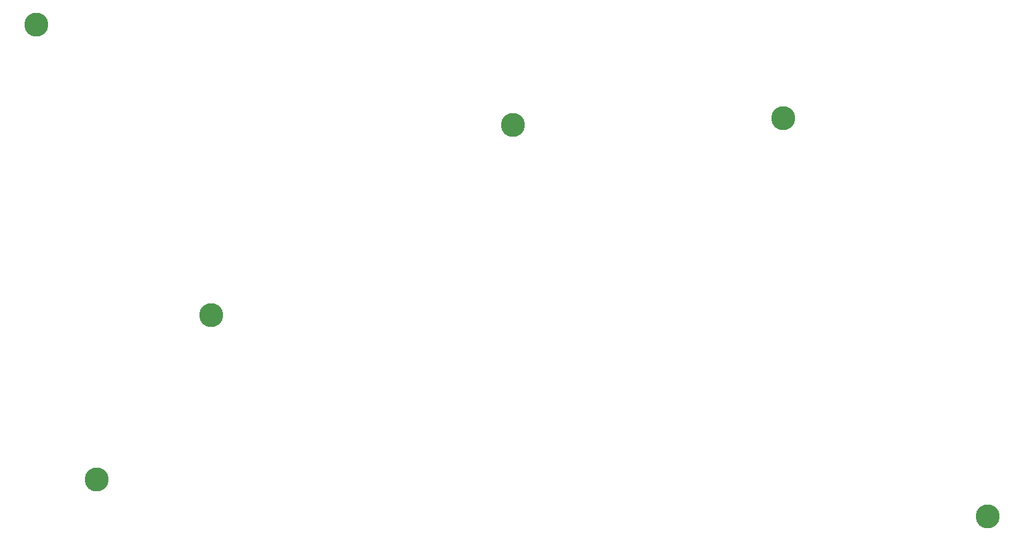
<source format=gbr>
G04 #@! TF.GenerationSoftware,KiCad,Pcbnew,5.99.0-unknown-d878cbddbc~125~ubuntu20.04.1*
G04 #@! TF.CreationDate,2021-04-11T20:16:07+01:00*
G04 #@! TF.ProjectId,bottom,626f7474-6f6d-42e6-9b69-6361645f7063,rev?*
G04 #@! TF.SameCoordinates,Original*
G04 #@! TF.FileFunction,Soldermask,Top*
G04 #@! TF.FilePolarity,Negative*
%FSLAX46Y46*%
G04 Gerber Fmt 4.6, Leading zero omitted, Abs format (unit mm)*
G04 Created by KiCad (PCBNEW 5.99.0-unknown-d878cbddbc~125~ubuntu20.04.1) date 2021-04-11 20:16:07*
%MOMM*%
%LPD*%
G01*
G04 APERTURE LIST*
%ADD10C,3.302000*%
G04 APERTURE END LIST*
D10*
X196444000Y-78486000D03*
X117831000Y-105537000D03*
X102083000Y-128194000D03*
X224561000Y-133198000D03*
X159258000Y-79349600D03*
X93776600Y-65608200D03*
M02*

</source>
